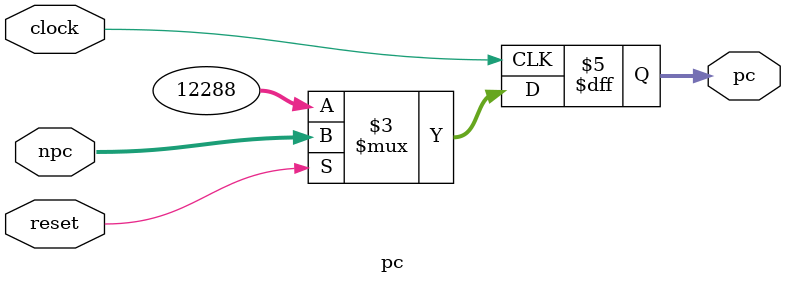
<source format=v>
module pc(pc,clock,reset,npc);

output reg [31:0] pc;
input clock;
input reset;
input [31:0] npc;

always@(posedge clock) 
begin
	if(reset) 
		pc<=npc;
	else
		pc<=32'h0000_3000;
end
endmodule
  
</source>
